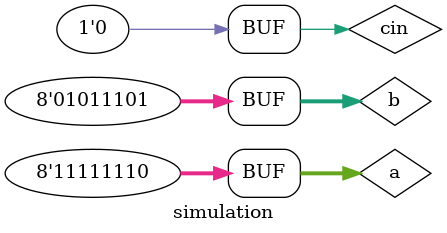
<source format=v>
`timescale 1ns / 1ps


module simulation();
reg [7:0] a ,b ;
reg cin;
wire [8:0]s ;


add_8bit uut(a , b,cin,s,c);

initial
begin

a=8'b11111110;
b=8'b01011101;
cin=1'b0;

end
endmodule

</source>
